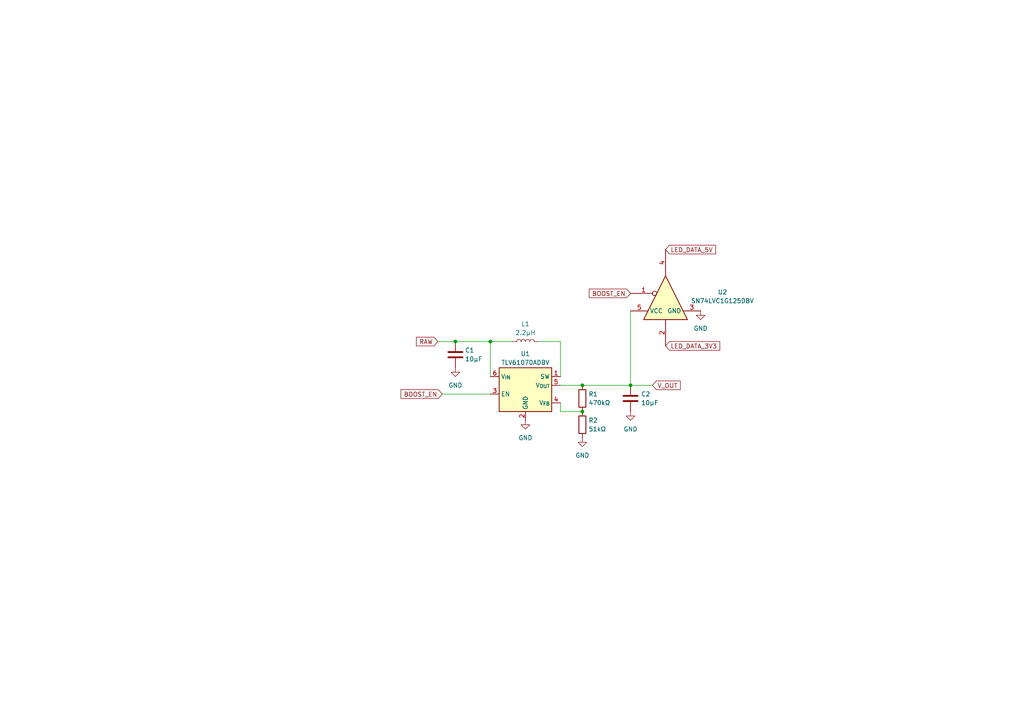
<source format=kicad_sch>
(kicad_sch (version 20250114) (generator "eeschema") (generator_version "9.0")
  (paper "A4")
  (lib_symbols
    (symbol "74xGxx:SN74LVC1G125DBV"
      (property "Reference" "U" (at -10.16 7.62 0))
      (property "Value" "SN74LVC1G125DBV" (at 2.54 -7.62 0))
      (symbol "SN74LVC1G125DBV_0_1"
        (polyline (pts (xy -7.62 6.35) (xy -7.62 -6.35) (xy 5.08 0) (xy -7.62 6.35)) (stroke (width 0.254)) (fill (type background)))
      )
      (symbol "SN74LVC1G125DBV_1_1"
        (pin input line (at -15.24 0 0) (length 7.62) (name "~") (number "2"))
        (pin power_in line (at -5.08 10.16 270) (length 5.08) (name "VCC") (number "5"))
        (pin power_in line (at -5.08 -10.16 90) (length 5.08) (name "GND") (number "3"))
        (pin input inverted (at 0 10.16 270) (length 7.62) (name "~") (number "1"))
        (pin tri_state line (at 12.7 0 180) (length 7.62) (name "~") (number "4"))
      )
    )
    (symbol "Device:C" (pin_numbers (hide yes)) (pin_names (offset 0.254))
      (property "Reference" "C" (at 0.635 2.54 0))
      (property "Value" "C" (at 0.635 -2.54 0))
      (symbol "C_0_1"
        (polyline (pts (xy -2.032 0.762) (xy 2.032 0.762)) (stroke (width 0.508)))
        (polyline (pts (xy -2.032 -0.762) (xy 2.032 -0.762)) (stroke (width 0.508)))
      )
      (symbol "C_1_1"
        (pin passive line (at 0 3.81 270) (length 2.794) (name "~") (number "1"))
        (pin passive line (at 0 -3.81 90) (length 2.794) (name "~") (number "2"))
      )
    )
    (symbol "Device:L" (pin_numbers (hide yes)) (pin_names (offset 1.016) (hide yes))
      (property "Reference" "L" (at -1.27 0 90))
      (property "Value" "L" (at 1.905 0 90))
      (symbol "L_0_1"
        (arc (start 0 2.54) (mid 0.6323 1.905) (end 0 1.27))
        (arc (start 0 1.27) (mid 0.6323 0.635) (end 0 0))
        (arc (start 0 0) (mid 0.6323 -0.635) (end 0 -1.27))
        (arc (start 0 -1.27) (mid 0.6323 -1.905) (end 0 -2.54))
      )
      (symbol "L_1_1"
        (pin passive line (at 0 3.81 270) (length 1.27) (name "1") (number "1"))
        (pin passive line (at 0 -3.81 90) (length 1.27) (name "2") (number "2"))
      )
    )
    (symbol "Device:R" (pin_numbers (hide yes)) (pin_names (offset 0))
      (property "Reference" "R" (at 2.032 0 90))
      (property "Value" "R" (at 0 0 90))
      (symbol "R_0_1"
        (rectangle (start -1.016 -2.54) (end 1.016 2.54) (stroke (width 0.254)))
      )
      (symbol "R_1_1"
        (pin passive line (at 0 3.81 270) (length 1.27) (name "~") (number "1"))
        (pin passive line (at 0 -3.81 90) (length 1.27) (name "~") (number "2"))
      )
    )
    (symbol "Regulator_Switching:TLV61070ADBV"
      (property "Reference" "U" (at -7.62 8.89 0))
      (property "Value" "TLV61070ADBV" (at 0 8.89 0))
      (symbol "TLV61070ADBV_0_1"
        (rectangle (start -7.62 7.62) (end 7.62 -5.08) (stroke (width 0.254)) (fill (type background)))
      )
      (symbol "TLV61070ADBV_1_1"
        (pin power_in line (at -10.16 5.08 0) (length 2.54) (name "V_{IN}") (number "6"))
        (pin input line (at -10.16 0 0) (length 2.54) (name "EN") (number "3"))
        (pin power_in line (at 0 -7.62 90) (length 2.54) (name "GND") (number "2"))
        (pin input line (at 10.16 5.08 180) (length 2.54) (name "SW") (number "1"))
        (pin power_out line (at 10.16 2.54 180) (length 2.54) (name "V_{OUT}") (number "5"))
        (pin input line (at 10.16 -2.54 180) (length 2.54) (name "V_{FB}") (number "4"))
      )
    )
    (symbol "power:GND" (power) (pin_numbers (hide yes)) (pin_names (offset 0) (hide yes))
      (property "Value" "GND" (at 0 -3.81 0))
      (symbol "GND_0_1"
        (polyline (pts (xy 0 0) (xy 0 -1.27) (xy 1.27 -1.27) (xy 0 -2.54) (xy -1.27 -1.27) (xy 0 -1.27)))
      )
      (symbol "GND_1_1"
        (pin power_in line (at 0 0 270) (length 0) (name "~") (number "1"))
      )
    )
  )
  (junction (at 168.91 111.76))
  (junction (at 132.08 99.06))
  (junction (at 182.88 111.76))
  (junction (at 168.91 119.38))
  (junction (at 142.24 99.06))
  (wire (pts (xy 142.24 99.06) (xy 148.59 99.06)))
  (wire (pts (xy 132.08 99.06) (xy 142.24 99.06)))
  (wire (pts (xy 128.27 114.3) (xy 142.24 114.3)))
  (wire (pts (xy 162.56 116.84) (xy 162.56 119.38)))
  (wire (pts (xy 127 99.06) (xy 132.08 99.06)))
  (wire (pts (xy 162.56 111.76) (xy 168.91 111.76)))
  (wire (pts (xy 156.21 99.06) (xy 162.56 99.06)))
  (wire (pts (xy 162.56 99.06) (xy 162.56 109.22)))
  (wire (pts (xy 182.88 90.17) (xy 182.88 111.76)))
  (wire (pts (xy 142.24 99.06) (xy 142.24 109.22)))
  (wire (pts (xy 182.88 111.76) (xy 189.23 111.76)))
  (wire (pts (xy 162.56 119.38) (xy 168.91 119.38)))
  (wire (pts (xy 168.91 111.76) (xy 182.88 111.76)))
  (global_label "BOOST_EN" (shape input) (at 128.27 114.3 180) (property "Intersheetrefs" "${INTERSHEET_REFS}" (effects (hide yes))))
  (global_label "LED_DATA_3V3" (shape input) (at 193.04 100.33 0) (property "Intersheetrefs" "${INTERSHEET_REFS}" (effects (hide yes))))
  (global_label "BOOST_EN" (shape input) (at 182.88 85.09 180) (property "Intersheetrefs" "${INTERSHEET_REFS}" (effects (hide yes))))
  (global_label "V_OUT" (shape input) (at 189.23 111.76 0) (property "Intersheetrefs" "${INTERSHEET_REFS}" (effects (hide yes))))
  (global_label "LED_DATA_5V" (shape input) (at 193.04 72.39 0) (property "Intersheetrefs" "${INTERSHEET_REFS}" (effects (hide yes))))
  (global_label "RAW" (shape input) (at 127 99.06 180) (property "Intersheetrefs" "${INTERSHEET_REFS}" (effects (hide yes))))
  (symbol (lib_id "Device:L") (at 152.4 99.06 90) (unit 1)
    (property "Reference" "L1" (at 152.4 93.98 90))
    (property "Value" "2.2μH" (at 152.4 96.52 90))
    (property "Footprint" "huntercook:L_CJIANG_FTC404030S_4.1x4.1x3.0_SMD" (effects (hide yes)))
    (property "Description" "Inductor" (effects (hide yes)))
  )
  (symbol (lib_id "power:GND") (at 168.91 127 0) (unit 1)
    (property "Reference" "#PWR02" (effects (hide yes)))
    (property "Value" "GND" (at 168.91 132.08 0))
    (property "Description" "Power symbol creates a global label with name \"GND\" , ground" (effects (hide yes)))
  )
  (symbol (lib_id "Device:C") (at 132.08 102.87 0) (unit 1)
    (property "Reference" "C1" (at 134.874 101.6 0) (effects (justify left)))
    (property "Value" "10μF" (at 134.874 104.14 0) (effects (justify left)))
    (property "Footprint" "Capacitor_SMD:C_0603_1608Metric" (effects (hide yes)))
    (property "Description" "Unpolarized capacitor" (effects (hide yes)))
  )
  (symbol (lib_id "power:GND") (at 203.2 90.17 0) (unit 1)
    (property "Reference" "#PWR05" (effects (hide yes)))
    (property "Value" "GND" (at 203.2 95.25 0))
    (property "Description" "Power symbol creates a global label with name \"GND\" , ground" (effects (hide yes)))
  )
  (symbol (lib_id "Device:C") (at 182.88 115.57 0) (unit 1)
    (property "Reference" "C2" (at 185.928 114.3 0) (effects (justify left)))
    (property "Value" "10μF" (at 185.928 116.84 0) (effects (justify left)))
    (property "Footprint" "Capacitor_SMD:C_0603_1608Metric" (effects (hide yes)))
    (property "Description" "Unpolarized capacitor" (effects (hide yes)))
  )
  (symbol (lib_id "Device:R") (at 168.91 123.19 0) (unit 1)
    (property "Reference" "R2" (at 170.688 121.92 0) (effects (justify left)))
    (property "Value" "51kΩ" (at 170.688 124.46 0) (effects (justify left)))
    (property "Footprint" "Resistor_SMD:R_0603_1608Metric" (effects (hide yes)))
    (property "Description" "Resistor" (effects (hide yes)))
  )
  (symbol (lib_id "power:GND") (at 182.88 119.38 0) (unit 1)
    (property "Reference" "#PWR03" (effects (hide yes)))
    (property "Value" "GND" (at 182.88 124.46 0))
    (property "Description" "Power symbol creates a global label with name \"GND\" , ground" (effects (hide yes)))
  )
  (symbol (lib_id "74xGxx:SN74LVC1G125DBV") (at 193.04 85.09 90) (unit 1)
    (property "Reference" "U2" (at 209.55 84.7246 90))
    (property "Value" "SN74LVC1G125DBV" (at 209.55 87.2646 90))
    (property "Footprint" "Package_TO_SOT_SMD:SOT-23-5" (effects (hide yes)))
    (property "Datasheet" "http://www.ti.com/lit/ds/symlink/sn74lvc1g125.pdf" (effects (hide yes)))
    (property "Description" "Single Buffer Gate Tri-State, Low-Voltage CMOS, SOT-23-5" (effects (hide yes)))
  )
  (symbol (lib_id "power:GND") (at 152.4 121.92 0) (unit 1)
    (property "Reference" "#PWR01" (effects (hide yes)))
    (property "Value" "GND" (at 152.4 127 0))
    (property "Description" "Power symbol creates a global label with name \"GND\" , ground" (effects (hide yes)))
  )
  (symbol (lib_id "Device:R") (at 168.91 115.57 0) (unit 1)
    (property "Reference" "R1" (at 170.688 114.3 0) (effects (justify left)))
    (property "Value" "470kΩ" (at 170.688 116.84 0) (effects (justify left)))
    (property "Footprint" "Resistor_SMD:R_0603_1608Metric" (effects (hide yes)))
    (property "Description" "Resistor" (effects (hide yes)))
  )
  (symbol (lib_id "power:GND") (at 132.08 106.68 0) (unit 1)
    (property "Reference" "#PWR04" (effects (hide yes)))
    (property "Value" "GND" (at 132.08 111.76 0))
    (property "Description" "Power symbol creates a global label with name \"GND\" , ground" (effects (hide yes)))
  )
  (symbol (lib_id "Regulator_Switching:TLV61070ADBV") (at 152.4 114.3 0) (unit 1)
    (property "Reference" "U1" (at 152.4 102.616 0))
    (property "Value" "TLV61070ADBV" (at 152.4 105.156 0))
    (property "Footprint" "Package_TO_SOT_SMD:SOT-23-6" (effects (hide yes)))
    (property "Datasheet" "https://www.ti.com/lit/ds/symlink/tlv61070a.pdf" (effects (hide yes)))
    (property "Description" "Boost Converter, 2.5A switch current limit, 2.2-5.5V Output Voltage, 0.5-5.5V Input Voltage, SOT-23-6" (effects (hide yes)))
  )
)
</source>
